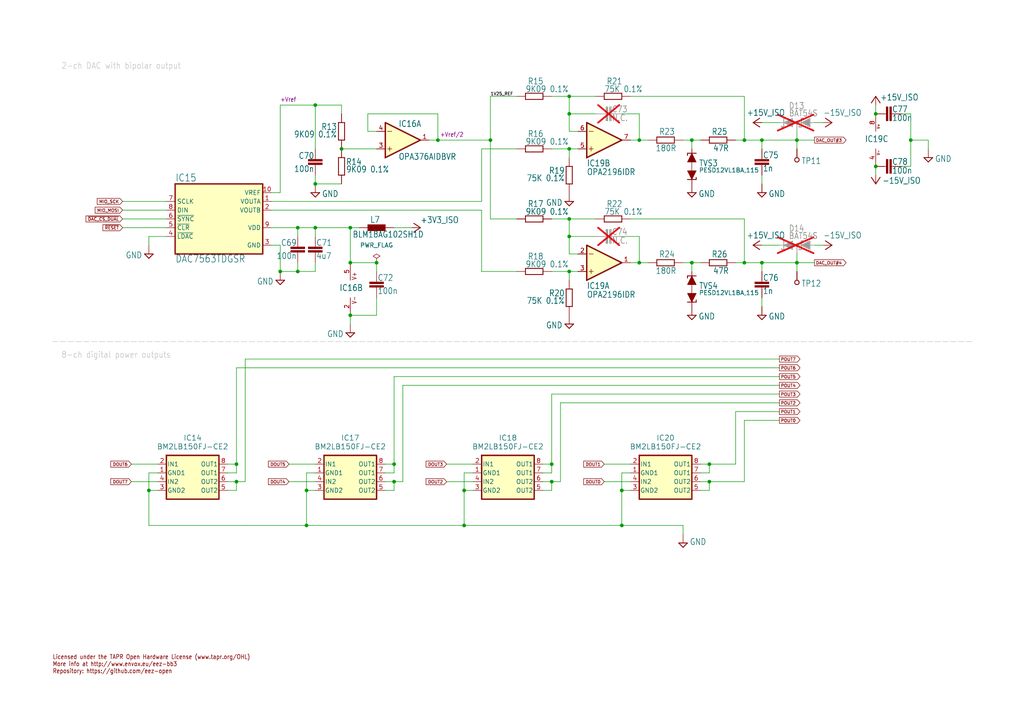
<source format=kicad_sch>
(kicad_sch (version 20230121) (generator eeschema)
  (paper "A4")
  (title_block (title "EEZ DIB MIO168") (date "2024-01-19") (rev "r3B1") (company "Envox d.o.o.") (comment 1 "https://www.envox.eu"))
  (lib_symbols
    (symbol "PCM_EEZ_ICs:BM2LB150FJ-CE2" (pin_names (offset 0.254))
      (property "Reference" "IC" (at -6.35 6.35 0))
      (property "Value" "BM2LB150FJ-CE2" (at 0 -8.89 0))
      (symbol "BM2LB150FJ-CE2_1_1"
        (pin passive line (at -10.16 0 0) (length 2.54) (name "GND1") (number "1"))
        (pin input line (at -10.16 2.54 0) (length 2.54) (name "IN1") (number "2"))
        (pin passive line (at -10.16 -5.08 0) (length 2.54) (name "GND2") (number "3"))
        (pin input line (at -10.16 -2.54 0) (length 2.54) (name "IN2") (number "4"))
        (pin passive line (at 10.16 -5.08 180) (length 2.54) (name "OUT2") (number "5"))
        (pin passive line (at 10.16 -2.54 180) (length 2.54) (name "OUT2") (number "6"))
        (pin passive line (at 10.16 0 180) (length 2.54) (name "OUT1") (number "7"))
        (pin passive line (at 10.16 2.54 180) (length 2.54) (name "OUT1") (number "8"))
      )
    )
    (symbol "PCM_EEZ_TI:DAC7563TDGSR"
      (property "Reference" "IC" (at -12.7 10.795 0))
      (property "Value" "DAC7563TDGSR" (at -12.7 -12.7 0))
      (symbol "DAC7563TDGSR_1_0"
        (pin output line (at 15.24 5.08 180) (length 2.54) (name "VOUTA") (number "1"))
        (pin bidirectional line (at 15.24 7.62 180) (length 2.54) (name "VREF") (number "10"))
        (pin output line (at 15.24 2.54 180) (length 2.54) (name "VOUTB") (number "2"))
        (pin power_in line (at 15.24 -7.62 180) (length 2.54) (name "GND") (number "3"))
        (pin input line (at -15.24 -5.08 0) (length 2.54) (name "~{LDAC}") (number "4"))
        (pin input line (at -15.24 -2.54 0) (length 2.54) (name "~{CLR}") (number "5"))
        (pin input line (at -15.24 0 0) (length 2.54) (name "~{SYNC}") (number "6"))
        (pin input line (at -15.24 5.08 0) (length 2.54) (name "SCLK") (number "7"))
        (pin input line (at -15.24 2.54 0) (length 2.54) (name "DIN") (number "8"))
        (pin power_in line (at 15.24 -2.54 180) (length 2.54) (name "VDD") (number "9"))
      )
    )
    (symbol "PCM_EEZ_TI:OPA376AIDBVR"
      (property "Reference" "IC" (at 2.54 5.08 0))
      (property "Value" "OPA376AIDBVR" (at 2.54 -5.08 0))
      (symbol "OPA376AIDBVR_1_0"
        (pin output line (at 7.62 0 180) (length 2.54) (name "OUT") (number "1"))
        (pin input line (at -7.62 2.54 0) (length 2.54) (name "+IN") (number "3"))
        (pin input line (at -7.62 -2.54 0) (length 2.54) (name "-IN") (number "4"))
      )
      (symbol "OPA376AIDBVR_2_0"
        (text "V+" (at 1.905 2.54 900) (effects (font (size 1.27 1.0795)) (justify left bottom)))
        (text "V-" (at 1.905 -4.445 900) (effects (font (size 1.27 1.0795)) (justify left bottom)))
        (pin power_in line (at 0 -7.62 90) (length 5.08) (name "V-") (number "2"))
        (pin power_in line (at 0 7.62 270) (length 5.08) (name "V+") (number "5"))
      )
    )
    (symbol "PCM_EEZ_TI:TL072D"
      (property "Reference" "IC" (at 2.54 5.08 0))
      (symbol "TL072D_1_0"
        (pin output line (at 7.62 0 180) (length 2.54) (name "OUT") (number "1"))
        (pin input line (at -7.62 -2.54 0) (length 2.54) (name "-IN") (number "2"))
        (pin input line (at -7.62 2.54 0) (length 2.54) (name "+IN") (number "3"))
      )
      (symbol "TL072D_2_0"
        (pin input line (at -7.62 2.54 0) (length 2.54) (name "+IN") (number "5"))
        (pin input line (at -7.62 -2.54 0) (length 2.54) (name "-IN") (number "6"))
        (pin output line (at 7.62 0 180) (length 2.54) (name "OUT") (number "7"))
      )
      (symbol "TL072D_3_0"
        (text "V+" (at 1.27 3.175 900) (effects (font (size 0.8128 0.6908)) (justify left bottom)))
        (text "V-" (at 1.27 -4.445 900) (effects (font (size 0.8128 0.6908)) (justify left bottom)))
        (pin power_in line (at 0 -7.62 90) (length 5.08) (name "V-") (number "4"))
        (pin power_in line (at 0 7.62 270) (length 5.08) (name "V+") (number "8"))
      )
    )
    (symbol "PCM_EEZ_discretes:BAT54SFILM"
      (property "Reference" "D" (at 0.762 2.0066 0))
      (property "Value" "BAT54SFILM" (at -4.318 -3.9624 0))
      (symbol "BAT54SFILM_1_0"
        (pin passive line (at -5.08 0 0) (length 2.54) (name "A1") (number "1"))
        (pin passive line (at 5.08 0 180) (length 2.54) (name "C2") (number "2"))
        (pin passive line (at 0 2.54 270) (length 2.54) (name "C1A2") (number "3"))
      )
    )
    (symbol "PCM_EEZ_discretes:PESDXL1BA"
      (property "Reference" "TVS" (at -9.398 1.905 0))
      (property "Value" "PESD12VL1BA,115" (at -9.398 -3.429 0))
      (symbol "PESDXL1BA_1_0"
        (pin passive line (at -10.16 0 0) (length 2.54) (name "1") (number "C1"))
        (pin passive line (at 0 0 180) (length 2.54) (name "2") (number "C2"))
      )
    )
    (symbol "PCM_EEZ_passives:C-EU"
      (property "Reference" "C" (at 1.27 0.635 0))
      (symbol "C-EU_1_0"
        (pin passive line (at 0 2.54 270) (length 2.54) (name "1") (number "1"))
        (pin passive line (at 0 -5.08 90) (length 2.54) (name "2") (number "2"))
      )
    )
    (symbol "PCM_EEZ_passives:L_EU"
      (property "Reference" "L" (at -3.175 1.27 0))
      (symbol "L_EU_1_0"
        (pin passive line (at -5.08 0 0) (length 2.54) (name "1") (number "1"))
        (pin passive line (at 5.08 0 180) (length 2.54) (name "2") (number "2"))
      )
    )
    (symbol "PCM_EEZ_passives:R-EU"
      (property "Reference" "R" (at -1.905 1.905 0))
      (symbol "R-EU_1_0"
        (pin passive line (at -5.08 0 0) (length 2.54) (name "1") (number "1"))
        (pin passive line (at 5.08 0 180) (length 2.54) (name "2") (number "2"))
      )
    )
    (symbol "PCM_EEZ_symbols:+15V_ISO" (power)
      (property "Value" "+15V_ISO" (at -2.54 0 90))
      (symbol "+15V_ISO_1_0"
        (pin power_in line (at 0 0 90) (length 2.54) (name "+15V_ISO") (number "1"))
      )
    )
    (symbol "PCM_EEZ_symbols:+3V3_ISO" (power)
      (property "Value" "+3V3_ISO" (at -2.54 0 90))
      (symbol "+3V3_ISO_1_0"
        (pin power_in line (at 0 0 90) (length 2.54) (name "+3V3_ISO") (number "1"))
      )
    )
    (symbol "PCM_EEZ_symbols:-15V_ISO" (power)
      (property "Value" "-15V_ISO" (at -2.54 0 90))
      (symbol "-15V_ISO_1_0"
        (pin power_in line (at 0 0 90) (length 2.54) (name "-15V_ISO") (number "1"))
      )
    )
    (symbol "PCM_EEZ_symbols:GND" (power)
      (property "Value" "GND" (at -1.905 -3.175 0))
      (symbol "GND_1_0"
        (pin power_in line (at 0 2.54 270) (length 2.54) (name "GND") (number "1"))
      )
    )
    (symbol "PCM_EEZ_unsorted:PCB test point" (in_bom no)
      (property "Reference" "TP" (at 0 1.016 0))
      (symbol "PCB test point_1_0"
        (pin passive line (at -2.54 0 0) (length 0) (name "P$1") (number "1"))
      )
    )
    (symbol "power:PWR_FLAG" (power) (pin_numbers hide) (pin_names (offset 0) hide)
      (property "Value" "PWR_FLAG" (at 0 3.81 0))
      (symbol "PWR_FLAG_0_0"
        (pin power_out line (at 0 0 90) (length 0) (name "pwr") (number "1"))
      )
    )
  )
  (junction (at 127 40.64))
  (junction (at 88.9 142.24))
  (junction (at 68.58 134.62))
  (junction (at 215.9 40.64))
  (junction (at 231.14 40.64))
  (junction (at 91.44 66.04))
  (junction (at 160.02 134.62))
  (junction (at 86.36 78.74))
  (junction (at 114.3 139.7))
  (junction (at 91.44 30.48))
  (junction (at 134.62 142.24))
  (junction (at 134.62 152.4))
  (junction (at 220.98 40.64))
  (junction (at 254 33.02))
  (junction (at 180.34 152.4))
  (junction (at 165.1 78.74))
  (junction (at 68.58 139.7))
  (junction (at 165.1 27.94))
  (junction (at 101.6 91.44))
  (junction (at 205.74 139.7))
  (junction (at 220.98 76.2))
  (junction (at 185.42 76.2))
  (junction (at 160.02 139.7))
  (junction (at 165.1 43.18))
  (junction (at 91.44 53.34))
  (junction (at 264.16 40.64))
  (junction (at 99.06 43.18))
  (junction (at 109.22 76.2))
  (junction (at 231.14 76.2))
  (junction (at 43.18 142.24))
  (junction (at 165.1 33.02))
  (junction (at 101.6 66.04))
  (junction (at 205.74 134.62))
  (junction (at 200.66 40.64))
  (junction (at 185.42 40.64))
  (junction (at 88.9 152.4))
  (junction (at 114.3 134.62))
  (junction (at 86.36 66.04))
  (junction (at 165.1 63.5))
  (junction (at 200.66 76.2))
  (junction (at 180.34 142.24))
  (junction (at 165.1 68.58))
  (junction (at 81.28 78.74))
  (junction (at 215.9 76.2))
  (junction (at 254 48.26))
  (junction (at 101.6 76.2))
  (junction (at 142.24 40.64))
  (wire (pts (xy 81.28 71.12) (xy 81.28 78.74)) (stroke (width 0.1524)))
  (wire (pts (xy 139.7 58.42) (xy 139.7 43.18)) (stroke (width 0.1524)))
  (wire (pts (xy 200.66 43.18) (xy 200.66 40.64)) (stroke (width 0.1524)))
  (wire (pts (xy 165.1 43.18) (xy 160.02 43.18)) (stroke (width 0.1524)))
  (wire (pts (xy 182.88 137.16) (xy 180.34 137.16)))
  (wire (pts (xy 142.24 63.5) (xy 149.86 63.5)) (stroke (width 0.1524)))
  (wire (pts (xy 180.34 152.4) (xy 198.12 152.4)) (stroke (width 0.1524)))
  (wire (pts (xy 142.24 40.64) (xy 142.24 63.5)) (stroke (width 0.1524)))
  (wire (pts (xy 78.74 66.04) (xy 86.36 66.04)) (stroke (width 0.1524)))
  (wire (pts (xy 226.06 116.84) (xy 162.56 116.84)) (stroke (width 0.1524)))
  (wire (pts (xy 165.1 38.1) (xy 165.1 33.02)) (stroke (width 0.1524)))
  (wire (pts (xy 203.2 137.16) (xy 205.74 137.16)))
  (wire (pts (xy 200.66 78.74) (xy 200.66 76.2)) (stroke (width 0.1524)))
  (wire (pts (xy 139.7 60.96) (xy 139.7 78.74)) (stroke (width 0.1524)))
  (wire (pts (xy 180.34 33.02) (xy 185.42 33.02)) (stroke (width 0.1524)))
  (wire (pts (xy 109.22 38.1) (xy 106.68 38.1)) (stroke (width 0.1524)))
  (wire (pts (xy 127 33.02) (xy 127 40.64)) (stroke (width 0.1524)))
  (wire (pts (xy 48.26 63.5) (xy 35.56 63.5)) (stroke (width 0.1524)))
  (wire (pts (xy 185.42 76.2) (xy 187.96 76.2)) (stroke (width 0.1524)))
  (wire (pts (xy 215.9 76.2) (xy 213.36 76.2)) (stroke (width 0.1524)))
  (wire (pts (xy 149.86 27.94) (xy 142.24 27.94)) (stroke (width 0.1524)))
  (wire (pts (xy 66.04 134.62) (xy 68.58 134.62)) (stroke (width 0.1524)))
  (wire (pts (xy 114.3 109.22) (xy 114.3 134.62)) (stroke (width 0.1524)))
  (wire (pts (xy 109.22 91.44) (xy 109.22 86.36)) (stroke (width 0.1524)))
  (wire (pts (xy 180.34 137.16) (xy 180.34 142.24)))
  (wire (pts (xy 226.06 114.3) (xy 160.02 114.3)) (stroke (width 0.1524)))
  (wire (pts (xy 220.98 76.2) (xy 231.14 76.2)) (stroke (width 0.1524)))
  (wire (pts (xy 203.2 139.7) (xy 205.74 139.7)))
  (wire (pts (xy 200.66 76.2) (xy 203.2 76.2)) (stroke (width 0.1524)))
  (wire (pts (xy 238.76 71.12) (xy 236.22 71.12)) (stroke (width 0.1524)))
  (wire (pts (xy 165.1 68.58) (xy 165.1 63.5)) (stroke (width 0.1524)))
  (wire (pts (xy 68.58 106.68) (xy 68.58 134.62)) (stroke (width 0.1524)))
  (wire (pts (xy 134.62 137.16) (xy 134.62 142.24)))
  (wire (pts (xy 226.06 109.22) (xy 114.3 109.22)) (stroke (width 0.1524)))
  (wire (pts (xy 157.48 139.7) (xy 160.02 139.7)) (stroke (width 0.1524)))
  (wire (pts (xy 264.16 33.02) (xy 264.16 40.64)) (stroke (width 0.1524)))
  (wire (pts (xy 71.12 104.14) (xy 71.12 139.7)) (stroke (width 0.1524)))
  (wire (pts (xy 101.6 93.98) (xy 101.6 91.44)) (stroke (width 0.1524)))
  (wire (pts (xy 106.68 33.02) (xy 127 33.02)) (stroke (width 0.1524)))
  (wire (pts (xy 172.72 33.02) (xy 165.1 33.02)) (stroke (width 0.1524)))
  (wire (pts (xy 226.06 104.14) (xy 71.12 104.14)) (stroke (width 0.1524)))
  (wire (pts (xy 114.3 139.7) (xy 114.3 142.24)))
  (wire (pts (xy 99.06 30.48) (xy 99.06 33.02)) (stroke (width 0.1524)))
  (wire (pts (xy 215.9 27.94) (xy 215.9 40.64)) (stroke (width 0.1524)))
  (wire (pts (xy 91.44 66.04) (xy 91.44 68.58)) (stroke (width 0.1524)))
  (wire (pts (xy 264.16 40.64) (xy 264.16 48.26)) (stroke (width 0.1524)))
  (wire (pts (xy 198.12 152.4) (xy 198.12 154.94)) (stroke (width 0.1524)))
  (wire (pts (xy 264.16 48.26) (xy 261.62 48.26)) (stroke (width 0.1524)))
  (wire (pts (xy 91.44 30.48) (xy 91.44 43.18)) (stroke (width 0.1524)))
  (wire (pts (xy 167.64 78.74) (xy 165.1 78.74)) (stroke (width 0.1524)))
  (wire (pts (xy 134.62 142.24) (xy 137.16 142.24)))
  (wire (pts (xy 99.06 53.34) (xy 91.44 53.34)) (stroke (width 0.1524)))
  (wire (pts (xy 157.48 142.24) (xy 160.02 142.24)))
  (wire (pts (xy 45.72 137.16) (xy 43.18 137.16)))
  (wire (pts (xy 220.98 86.36) (xy 220.98 88.9)) (stroke (width 0.1524)))
  (wire (pts (xy 205.74 134.62) (xy 205.74 137.16)))
  (wire (pts (xy 172.72 68.58) (xy 165.1 68.58)) (stroke (width 0.1524)))
  (wire (pts (xy 91.44 50.8) (xy 91.44 53.34)) (stroke (width 0.1524)))
  (wire (pts (xy 215.9 40.64) (xy 213.36 40.64)) (stroke (width 0.1524)))
  (wire (pts (xy 185.42 33.02) (xy 185.42 40.64)) (stroke (width 0.1524)))
  (wire (pts (xy 88.9 137.16) (xy 88.9 142.24)))
  (wire (pts (xy 198.12 76.2) (xy 200.66 76.2)) (stroke (width 0.1524)))
  (wire (pts (xy 142.24 27.94) (xy 142.24 40.64)) (stroke (width 0.1524)))
  (wire (pts (xy 66.04 142.24) (xy 68.58 142.24)))
  (wire (pts (xy 101.6 91.44) (xy 109.22 91.44)) (stroke (width 0.1524)))
  (wire (pts (xy 236.22 40.64) (xy 231.14 40.64)))
  (wire (pts (xy 215.9 76.2) (xy 220.98 76.2)) (stroke (width 0.1524)))
  (wire (pts (xy 167.64 43.18) (xy 165.1 43.18)) (stroke (width 0.1524)))
  (wire (pts (xy 83.82 134.62) (xy 91.44 134.62)) (stroke (width 0.1524)))
  (wire (pts (xy 106.68 38.1) (xy 106.68 33.02)) (stroke (width 0.1524)))
  (wire (pts (xy 43.18 137.16) (xy 43.18 142.24)))
  (wire (pts (xy 220.98 71.12) (xy 226.06 71.12)) (stroke (width 0.1524)))
  (wire (pts (xy 104.14 66.04) (xy 101.6 66.04)) (stroke (width 0.1524)))
  (wire (pts (xy 215.9 121.92) (xy 226.06 121.92)) (stroke (width 0.1524)))
  (wire (pts (xy 226.06 111.76) (xy 116.84 111.76)) (stroke (width 0.1524)))
  (wire (pts (xy 111.76 134.62) (xy 114.3 134.62)) (stroke (width 0.1524)))
  (wire (pts (xy 109.22 76.2) (xy 109.22 78.74)) (stroke (width 0.1524)))
  (wire (pts (xy 203.2 142.24) (xy 205.74 142.24)))
  (wire (pts (xy 109.22 43.18) (xy 99.06 43.18)) (stroke (width 0.1524)))
  (wire (pts (xy 220.98 50.8) (xy 220.98 53.34)) (stroke (width 0.1524)))
  (wire (pts (xy 86.36 66.04) (xy 86.36 68.58)) (stroke (width 0.1524)))
  (wire (pts (xy 165.1 81.28) (xy 165.1 78.74)) (stroke (width 0.1524)))
  (wire (pts (xy 114.3 66.04) (xy 119.38 66.04)) (stroke (width 0.1524)))
  (wire (pts (xy 172.72 63.5) (xy 165.1 63.5)) (stroke (width 0.1524)))
  (wire (pts (xy 114.3 139.7) (xy 116.84 139.7)) (stroke (width 0.1524)))
  (wire (pts (xy 182.88 27.94) (xy 215.9 27.94)) (stroke (width 0.1524)))
  (wire (pts (xy 182.88 63.5) (xy 215.9 63.5)) (stroke (width 0.1524)))
  (wire (pts (xy 101.6 76.2) (xy 109.22 76.2)) (stroke (width 0.1524)))
  (wire (pts (xy 160.02 114.3) (xy 160.02 134.62)) (stroke (width 0.1524)))
  (wire (pts (xy 48.26 66.04) (xy 35.56 66.04)) (stroke (width 0.1524)))
  (wire (pts (xy 43.18 142.24) (xy 45.72 142.24)))
  (wire (pts (xy 236.22 76.2) (xy 231.14 76.2)))
  (wire (pts (xy 43.18 152.4) (xy 71.12 152.4)))
  (wire (pts (xy 165.1 27.94) (xy 160.02 27.94)) (stroke (width 0.1524)))
  (wire (pts (xy 231.14 40.64) (xy 231.14 43.18)))
  (wire (pts (xy 205.74 139.7) (xy 215.9 139.7)) (stroke (width 0.1524)))
  (wire (pts (xy 127 40.64) (xy 124.46 40.64)) (stroke (width 0.1524)))
  (wire (pts (xy 88.9 142.24) (xy 88.9 152.4)))
  (wire (pts (xy 91.44 137.16) (xy 88.9 137.16)))
  (wire (pts (xy 91.44 30.48) (xy 99.06 30.48)) (stroke (width 0.1524)))
  (wire (pts (xy 205.74 139.7) (xy 205.74 142.24)))
  (wire (pts (xy 269.24 40.64) (xy 269.24 43.18)) (stroke (width 0.1524)))
  (wire (pts (xy 180.34 68.58) (xy 185.42 68.58)) (stroke (width 0.1524)))
  (wire (pts (xy 101.6 76.2) (xy 101.6 66.04)) (stroke (width 0.1524)))
  (wire (pts (xy 165.1 78.74) (xy 160.02 78.74)) (stroke (width 0.1524)))
  (wire (pts (xy 157.48 134.62) (xy 160.02 134.62)) (stroke (width 0.1524)))
  (wire (pts (xy 111.76 142.24) (xy 114.3 142.24)))
  (wire (pts (xy 254 33.02) (xy 254 30.48)) (stroke (width 0.1524)))
  (polyline (pts (xy 281.94 99.06) (xy 15.24 99.06)) (stroke (width 0.1524) (type dash) (color 194 194 194 1)))
  (wire (pts (xy 172.72 27.94) (xy 165.1 27.94)) (stroke (width 0.1524)))
  (wire (pts (xy 71.12 139.7) (xy 68.58 139.7)) (stroke (width 0.1524)))
  (wire (pts (xy 91.44 78.74) (xy 86.36 78.74)) (stroke (width 0.1524)))
  (wire (pts (xy 83.82 139.7) (xy 91.44 139.7)) (stroke (width 0.1524)))
  (wire (pts (xy 220.98 78.74) (xy 220.98 76.2)) (stroke (width 0.1524)))
  (wire (pts (xy 139.7 43.18) (xy 149.86 43.18)) (stroke (width 0.1524)))
  (wire (pts (xy 180.34 142.24) (xy 180.34 152.4)))
  (wire (pts (xy 78.74 60.96) (xy 139.7 60.96)) (stroke (width 0.1524)))
  (wire (pts (xy 139.7 78.74) (xy 149.86 78.74)) (stroke (width 0.1524)))
  (wire (pts (xy 213.36 119.38) (xy 213.36 134.62)) (stroke (width 0.1524)))
  (wire (pts (xy 48.26 60.96) (xy 35.56 60.96)) (stroke (width 0.1524)))
  (wire (pts (xy 160.02 139.7) (xy 160.02 142.24)))
  (wire (pts (xy 185.42 68.58) (xy 185.42 76.2)) (stroke (width 0.1524)))
  (wire (pts (xy 81.28 30.48) (xy 81.28 55.88)) (stroke (width 0.1524)))
  (wire (pts (xy 88.9 152.4) (xy 134.62 152.4)) (stroke (width 0.1524)))
  (wire (pts (xy 86.36 66.04) (xy 91.44 66.04)) (stroke (width 0.1524)))
  (wire (pts (xy 43.18 68.58) (xy 43.18 71.12)) (stroke (width 0.1524)))
  (wire (pts (xy 231.14 40.64) (xy 231.14 38.1)) (stroke (width 0.1524)))
  (wire (pts (xy 127 40.64) (xy 142.24 40.64)) (stroke (width 0.1524)))
  (wire (pts (xy 182.88 142.24) (xy 180.34 142.24)))
  (wire (pts (xy 48.26 58.42) (xy 35.56 58.42)) (stroke (width 0.1524)))
  (wire (pts (xy 66.04 137.16) (xy 68.58 137.16)))
  (wire (pts (xy 264.16 40.64) (xy 269.24 40.64)) (stroke (width 0.1524)))
  (wire (pts (xy 88.9 142.24) (xy 91.44 142.24)))
  (wire (pts (xy 165.1 73.66) (xy 165.1 68.58)) (stroke (width 0.1524)))
  (wire (pts (xy 165.1 33.02) (xy 165.1 27.94)) (stroke (width 0.1524)))
  (wire (pts (xy 157.48 137.16) (xy 160.02 137.16)))
  (wire (pts (xy 167.64 73.66) (xy 165.1 73.66)) (stroke (width 0.1524)))
  (wire (pts (xy 261.62 33.02) (xy 264.16 33.02)) (stroke (width 0.1524)))
  (wire (pts (xy 38.1 134.62) (xy 45.72 134.62)) (stroke (width 0.1524)))
  (wire (pts (xy 226.06 119.38) (xy 213.36 119.38)) (stroke (width 0.1524)))
  (wire (pts (xy 43.18 142.24) (xy 43.18 152.4)))
  (wire (pts (xy 160.02 134.62) (xy 160.02 137.16)))
  (wire (pts (xy 238.76 35.56) (xy 236.22 35.56)) (stroke (width 0.1524)))
  (wire (pts (xy 134.62 152.4) (xy 180.34 152.4)) (stroke (width 0.1524)))
  (wire (pts (xy 165.1 63.5) (xy 160.02 63.5)) (stroke (width 0.1524)))
  (wire (pts (xy 160.02 139.7) (xy 162.56 139.7)) (stroke (width 0.1524)))
  (wire (pts (xy 182.88 76.2) (xy 185.42 76.2)) (stroke (width 0.1524)))
  (wire (pts (xy 165.1 45.72) (xy 165.1 43.18)) (stroke (width 0.1524)))
  (wire (pts (xy 86.36 78.74) (xy 81.28 78.74)) (stroke (width 0.1524)))
  (wire (pts (xy 137.16 137.16) (xy 134.62 137.16)))
  (wire (pts (xy 78.74 71.12) (xy 81.28 71.12)) (stroke (width 0.1524)))
  (wire (pts (xy 213.36 134.62) (xy 205.74 134.62)) (stroke (width 0.1524)))
  (wire (pts (xy 162.56 116.84) (xy 162.56 139.7)) (stroke (width 0.1524)))
  (wire (pts (xy 116.84 111.76) (xy 116.84 139.7)) (stroke (width 0.1524)))
  (wire (pts (xy 111.76 139.7) (xy 114.3 139.7)) (stroke (width 0.1524)))
  (wire (pts (xy 254 48.26) (xy 254 50.8)) (stroke (width 0.1524)))
  (wire (pts (xy 215.9 121.92) (xy 215.9 139.7)) (stroke (width 0.1524)))
  (wire (pts (xy 187.96 40.64) (xy 185.42 40.64)) (stroke (width 0.1524)))
  (wire (pts (xy 220.98 35.56) (xy 226.06 35.56)) (stroke (width 0.1524)))
  (wire (pts (xy 231.14 73.66) (xy 231.14 76.2)) (stroke (width 0.1524)))
  (wire (pts (xy 226.06 106.68) (xy 68.58 106.68)) (stroke (width 0.1524)))
  (wire (pts (xy 68.58 139.7) (xy 68.58 142.24)))
  (wire (pts (xy 134.62 142.24) (xy 134.62 152.4)))
  (wire (pts (xy 203.2 134.62) (xy 205.74 134.62)))
  (wire (pts (xy 129.54 134.62) (xy 137.16 134.62)) (stroke (width 0.1524)))
  (wire (pts (xy 175.26 139.7) (xy 182.88 139.7)) (stroke (width 0.1524)))
  (wire (pts (xy 48.26 68.58) (xy 43.18 68.58)) (stroke (width 0.1524)))
  (wire (pts (xy 215.9 40.64) (xy 220.98 40.64)) (stroke (width 0.1524)))
  (wire (pts (xy 71.12 152.4) (xy 88.9 152.4)) (stroke (width 0.1524)))
  (wire (pts (xy 91.44 30.48) (xy 81.28 30.48)) (stroke (width 0.1524)))
  (wire (pts (xy 86.36 76.2) (xy 86.36 78.74)) (stroke (width 0.1524)))
  (wire (pts (xy 68.58 134.62) (xy 68.58 137.16)))
  (wire (pts (xy 101.6 66.04) (xy 91.44 66.04)) (stroke (width 0.1524)))
  (wire (pts (xy 78.74 55.88) (xy 81.28 55.88)) (stroke (width 0.1524)))
  (wire (pts (xy 129.54 139.7) (xy 137.16 139.7)) (stroke (width 0.1524)))
  (wire (pts (xy 167.64 38.1) (xy 165.1 38.1)) (stroke (width 0.1524)))
  (wire (pts (xy 198.12 40.64) (xy 200.66 40.64)) (stroke (width 0.1524)))
  (wire (pts (xy 114.3 134.62) (xy 114.3 137.16)))
  (wire (pts (xy 215.9 63.5) (xy 215.9 76.2)) (stroke (width 0.1524)))
  (wire (pts (xy 78.74 58.42) (xy 139.7 58.42)) (stroke (width 0.1524)))
  (wire (pts (xy 185.42 40.64) (xy 182.88 40.64)) (stroke (width 0.1524)))
  (wire (pts (xy 175.26 134.62) (xy 182.88 134.62)) (stroke (width 0.1524)))
  (wire (pts (xy 66.04 139.7) (xy 68.58 139.7)))
  (wire (pts (xy 91.44 76.2) (xy 91.44 78.74)) (stroke (width 0.1524)))
  (wire (pts (xy 231.14 76.2) (xy 231.14 78.74)))
  (wire (pts (xy 38.1 139.7) (xy 45.72 139.7)) (stroke (width 0.1524)))
  (wire (pts (xy 220.98 40.64) (xy 231.14 40.64)) (stroke (width 0.1524)))
  (wire (pts (xy 200.66 40.64) (xy 203.2 40.64)) (stroke (width 0.1524)))
  (wire (pts (xy 111.76 137.16) (xy 114.3 137.16)))
  (wire (pts (xy 220.98 43.18) (xy 220.98 40.64)) (stroke (width 0.1524)))
  (text "+Vref" (at 81.28 29.845 0) (effects (font (size 1.27 1.0795)) (justify left bottom)))
  (text "+Vref/2" (at 127.635 40.005 0) (effects (font (size 1.27 1.0795)) (justify left bottom)))
  (text "8-ch digital power outputs" (at 17.78 104.14 0) (effects (font (size 1.778 1.5113)) (justify left bottom)))
  (text "2-ch DAC with bipolar output" (at 17.78 20.32 0) (effects (font (size 1.778 1.5113)) (justify left bottom)))
  (text "Licensed under the TAPR Open Hardware License (www.tapr.org/OHL)\nMore info at http://www.envox.eu/eez-bb3\nRepository: https://github.com/eez-open" (at 15.24 195.58 0) (effects (font (size 1.27 1.0795)) (justify left bottom)))
  (label "1V25_REF" (at 142.24 27.94 0) (effects (font (size 0.889 0.889))))
  (global_label "POUT0" (shape output) (at 226.06 121.92 0) (effects (font (size 0.889 0.889))) (property "Intersheetrefs" "${INTERSHEET_REFS}" (effects hide)))
  (global_label "DOUT5" (shape input) (at 83.82 134.62 180) (effects (font (size 0.889 0.889))) (property "Intersheetrefs" "${INTERSHEET_REFS}" (effects hide)))
  (global_label "POUT7" (shape output) (at 226.06 104.14 0) (effects (font (size 0.889 0.889))) (property "Intersheetrefs" "${INTERSHEET_REFS}" (effects hide)))
  (global_label "DOUT3" (shape input) (at 129.54 134.62 180) (effects (font (size 0.889 0.889))) (property "Intersheetrefs" "${INTERSHEET_REFS}" (effects hide)))
  (global_label "POUT1" (shape output) (at 226.06 119.38 0) (effects (font (size 0.889 0.889))) (property "Intersheetrefs" "${INTERSHEET_REFS}" (effects hide)))
  (global_label "POUT3" (shape output) (at 226.06 114.3 0) (effects (font (size 0.889 0.889))) (property "Intersheetrefs" "${INTERSHEET_REFS}" (effects hide)))
  (global_label "DAC_OUT#3" (shape output) (at 236.22 40.64 0) (effects (font (size 0.889 0.889))) (property "Intersheetrefs" "${INTERSHEET_REFS}" (effects hide)))
  (global_label "POUT4" (shape output) (at 226.06 111.76 0) (effects (font (size 0.889 0.889))) (property "Intersheetrefs" "${INTERSHEET_REFS}" (effects hide)))
  (global_label "DOUT0" (shape input) (at 175.26 139.7 180) (effects (font (size 0.889 0.889))) (property "Intersheetrefs" "${INTERSHEET_REFS}" (effects hide)))
  (global_label "MIO_MOSI" (shape input) (at 35.56 60.96 180) (effects (font (size 0.889 0.889))) (property "Intersheetrefs" "${INTERSHEET_REFS}" (effects hide)))
  (global_label "DOUT1" (shape input) (at 175.26 134.62 180) (effects (font (size 0.889 0.889))) (property "Intersheetrefs" "${INTERSHEET_REFS}" (effects hide)))
  (global_label "DOUT6" (shape input) (at 38.1 134.62 180) (effects (font (size 0.889 0.889))) (property "Intersheetrefs" "${INTERSHEET_REFS}" (effects hide)))
  (global_label "DOUT7" (shape input) (at 38.1 139.7 180) (effects (font (size 0.889 0.889))) (property "Intersheetrefs" "${INTERSHEET_REFS}" (effects hide)))
  (global_label "MIO_SCK" (shape input) (at 35.56 58.42 180) (effects (font (size 0.889 0.889))) (property "Intersheetrefs" "${INTERSHEET_REFS}" (effects hide)))
  (global_label "DOUT2" (shape input) (at 129.54 139.7 180) (effects (font (size 0.889 0.889))) (property "Intersheetrefs" "${INTERSHEET_REFS}" (effects hide)))
  (global_label "POUT2" (shape output) (at 226.06 116.84 0) (effects (font (size 0.889 0.889))) (property "Intersheetrefs" "${INTERSHEET_REFS}" (effects hide)))
  (global_label "DAC_OUT#4" (shape output) (at 236.22 76.2 0) (effects (font (size 0.889 0.889))) (property "Intersheetrefs" "${INTERSHEET_REFS}" (effects hide)))
  (global_label "POUT5" (shape output) (at 226.06 109.22 0) (effects (font (size 0.889 0.889))) (property "Intersheetrefs" "${INTERSHEET_REFS}" (effects hide)))
  (global_label "~{RESET}" (shape input) (at 35.56 66.04 180) (effects (font (size 0.889 0.889))) (property "Intersheetrefs" "${INTERSHEET_REFS}" (effects hide)))
  (global_label "DOUT4" (shape input) (at 83.82 139.7 180) (effects (font (size 0.889 0.889))) (property "Intersheetrefs" "${INTERSHEET_REFS}" (effects hide)))
  (global_label "~{DAC_CS_DUAL}" (shape input) (at 35.56 63.5 180) (effects (font (size 0.889 0.889))) (property "Intersheetrefs" "${INTERSHEET_REFS}" (effects hide)))
  (global_label "POUT6" (shape output) (at 226.06 106.68 0) (effects (font (size 0.889 0.889))) (property "Intersheetrefs" "${INTERSHEET_REFS}" (effects hide)))
  (symbol (lib_id "power:PWR_FLAG") (at 109.22 76.2 0) (unit 1)
    (property "Reference" "#FLG015" (effects hide))
    (property "Value" "PWR_FLAG" (at 109.22 71.12 0))
  )
  (symbol (lib_id "PCM_EEZ_ICs:BM2LB150FJ-CE2") (at 101.6 137.16 0) (unit 1)
    (property "Reference" "IC17" (at 101.6 127 0) (effects (font (size 1.524 1.524))))
    (property "Value" "BM2LB150FJ-CE2" (at 101.6 129.54 0) (effects (font (size 1.524 1.524))))
    (property "Footprint" "PCM_EEZ_SMD:SOIC127P600X173-8N" (effects hide))
    (property "DigiKey" "BM2LB150FJ-CE2TR-ND" (effects hide))
    (property "Mouser" "755-BM2LB150FJ-CE2" (effects hide))
    (property "TME" "-" (effects hide))
  )
  (symbol (lib_id "PCM_EEZ_symbols:-15V_ISO") (at 238.76 35.56 270) (unit 1)
    (property "Reference" "#-12V_ISO07" (effects hide))
    (property "Value" "-15V_ISO" (at 238.76 33.655 90) (effects (font (size 1.778 1.5113)) (justify left bottom)))
  )
  (symbol (lib_id "PCM_EEZ_passives:R-EU") (at 154.94 63.5 0) (mirror y) (unit 1)
    (property "Reference" "R17" (at 153.035 60.0964 0) (effects (font (size 1.778 1.5113)) (justify right bottom)))
    (property "Value" "9K09 0.1%" (at 152.4 62.357 0) (effects (font (size 1.778 1.5113)) (justify right bottom)))
    (property "Footprint" "PCM_EEZ_passives:R_0805_2012Metric" (effects hide))
    (property "DigiKey" "P9.09KDACT-ND" (effects hide))
    (property "Mouser" "667-ERJ-PB6B9091V" (effects hide))
    (property "TME" "ERA6AEB9091V" (effects hide))
  )
  (symbol (lib_id "PCM_EEZ_symbols:GND") (at 91.44 55.88 0) (mirror y) (unit 1)
    (property "Reference" "#SUPPLY044" (effects hide))
    (property "Value" "GND" (at 93.345 55.245 0) (effects (font (size 1.778 1.5113)) (justify right top)))
  )
  (symbol (lib_id "PCM_EEZ_discretes:PESDXL1BA") (at 200.66 43.18 270) (mirror x) (unit 1)
    (property "Reference" "TVS3" (at 202.692 46.355 90) (effects (font (size 1.778 1.5113)) (justify left bottom)))
    (property "Value" "PESD12VL1BA,115" (at 202.692 48.641 90) (effects (justify left bottom)))
    (property "Footprint" "PCM_EEZ_SMD:SOD-323_PESD" (effects hide))
    (property "DigiKey" "1727-3808-1-ND" (effects hide))
    (property "Mouser" "771-PESD12VL1BA-T/R" (effects hide))
    (property "TME" "PESD12VL1BA.115" (effects hide))
  )
  (symbol (lib_id "PCM_EEZ_passives:C-EU") (at 109.22 81.28 0) (unit 1)
    (property "Reference" "C72" (at 109.474 81.534 0) (effects (font (size 1.778 1.5113)) (justify left bottom)))
    (property "Value" "100n" (at 109.474 85.344 0) (effects (font (size 1.778 1.5113)) (justify left bottom)))
    (property "Footprint" "PCM_EEZ_passives:C_0603_1608Metric" (effects hide))
    (property "DigiKey" "1276-1005-2-ND" (effects hide))
    (property "Mouser" "187-CL10B104KO8NNNC " (effects hide))
    (property "TME" "CL10B104KA8NNNC" (effects hide))
  )
  (symbol (lib_id "PCM_EEZ_passives:R-EU") (at 99.06 38.1 90) (mirror x) (unit 1)
    (property "Reference" "R13" (at 97.79 35.7886 90) (effects (font (size 1.778 1.5113)) (justify left top)))
    (property "Value" "9K09 0.1%" (at 97.79 37.973 90) (effects (font (size 1.778 1.5113)) (justify left top)))
    (property "Footprint" "PCM_EEZ_passives:R_0805_2012Metric" (effects hide))
    (property "DigiKey" "P9.09KDACT-ND" (effects hide))
    (property "Mouser" "667-ERJ-PB6B9091V" (effects hide))
    (property "TME" "ERA6AEB9091V" (effects hide))
  )
  (symbol (lib_id "PCM_EEZ_symbols:GND") (at 220.98 91.44 0) (unit 1)
    (property "Reference" "#SUPPLY052" (effects hide))
    (property "Value" "GND" (at 222.885 90.805 0) (effects (font (size 1.778 1.5113)) (justify left top)))
  )
  (symbol (lib_id "PCM_EEZ_passives:R-EU") (at 165.1 86.36 90) (mirror x) (unit 1)
    (property "Reference" "R20" (at 163.83 84.0486 90) (effects (font (size 1.778 1.5113)) (justify left top)))
    (property "Value" "75K 0.1%" (at 163.83 86.233 90) (effects (font (size 1.778 1.5113)) (justify left top)))
    (property "Footprint" "PCM_EEZ_passives:R_0805_2012Metric" (effects hide))
    (property "DigiKey" "P75KDACT-ND" (effects hide))
    (property "Mouser" "667-ERA-6AEB753V" (effects hide))
    (property "TME" "ERA6AEB753V" (effects hide))
  )
  (symbol (lib_id "PCM_EEZ_symbols:-15V_ISO") (at 254 50.8 180) (unit 1)
    (property "Reference" "#-12V_ISO09" (effects hide))
    (property "Value" "-15V_ISO" (at 255.905 53.34 0) (effects (font (size 1.778 1.5113)) (justify right top)))
  )
  (symbol (lib_id "PCM_EEZ_passives:C-EU") (at 86.36 71.12 0) (mirror y) (unit 1)
    (property "Reference" "C69" (at 86.106 71.374 0) (effects (font (size 1.778 1.5113)) (justify left bottom)))
    (property "Value" "100n" (at 86.106 75.184 0) (effects (font (size 1.778 1.5113)) (justify left bottom)))
    (property "Footprint" "PCM_EEZ_passives:C_0603_1608Metric" (effects hide))
    (property "DigiKey" "1276-1005-2-ND" (effects hide))
    (property "Mouser" "187-CL10B104KO8NNNC " (effects hide))
    (property "TME" "CL10B104KA8NNNC" (effects hide))
  )
  (symbol (lib_id "PCM_EEZ_passives:R-EU") (at 193.04 40.64 0) (mirror x) (unit 1)
    (property "Reference" "R23" (at 191.135 39.1414 0) (effects (font (size 1.778 1.5113)) (justify left top)))
    (property "Value" "180R" (at 196.215 43.942 0) (effects (font (size 1.778 1.5113)) (justify right top)))
    (property "Footprint" "PCM_EEZ_passives:R_0805_2012Metric" (effects hide))
    (property "DigiKey" "A126343CT-ND" (effects hide))
    (property "Mouser" "652-CR0805FX-1800ELF" (effects hide))
    (property "TME" "0805S8F1800T5E" (effects hide))
  )
  (symbol (lib_id "PCM_EEZ_passives:R-EU") (at 154.94 27.94 0) (mirror y) (unit 1)
    (property "Reference" "R15" (at 153.035 24.5364 0) (effects (font (size 1.778 1.5113)) (justify right bottom)))
    (property "Value" "9K09 0.1%" (at 152.4 26.797 0) (effects (font (size 1.778 1.5113)) (justify right bottom)))
    (property "Footprint" "PCM_EEZ_passives:R_0805_2012Metric" (effects hide))
    (property "DigiKey" "P9.09KDACT-ND" (effects hide))
    (property "Mouser" "667-ERJ-PB6B9091V" (effects hide))
    (property "TME" "ERA6AEB9091V" (effects hide))
  )
  (symbol (lib_id "PCM_EEZ_symbols:+15V_ISO") (at 254 30.48 0) (unit 1)
    (property "Reference" "#+12V_ISO09" (effects hide))
    (property "Value" "+15V_ISO" (at 255.27 29.21 0) (effects (font (size 1.778 1.5113)) (justify left bottom)))
  )
  (symbol (lib_id "PCM_EEZ_symbols:GND") (at 43.18 73.66 0) (unit 1)
    (property "Reference" "#SUPPLY042" (effects hide))
    (property "Value" "GND" (at 41.275 73.025 0) (effects (font (size 1.778 1.5113)) (justify right top)))
  )
  (symbol (lib_id "PCM_EEZ_TI:TL072D") (at 175.26 40.64 0) (mirror x) (unit 2)
    (property "Reference" "IC19" (at 170.18 46.355 0) (effects (font (size 1.778 1.5113)) (justify left bottom)))
    (property "Value" "OPA2196IDR" (at 170.18 48.895 0) (effects (font (size 1.778 1.5113)) (justify left bottom)))
    (property "Footprint" "PCM_EEZ_SMD:SOIC127P600X173-8N" (effects hide))
    (property "DigiKey" "296-1282-1-ND" (effects hide))
    (property "Mouser" "595-TL072CDR" (effects hide))
    (property "TME" "TL072CD-ST" (effects hide))
  )
  (symbol (lib_id "PCM_EEZ_passives:C-EU") (at 256.54 33.02 90) (unit 1)
    (property "Reference" "C77" (at 258.699 32.639 90) (effects (font (size 1.778 1.5113)) (justify right top)))
    (property "Value" "100n" (at 258.699 35.179 90) (effects (font (size 1.778 1.5113)) (justify right top)))
    (property "Footprint" "PCM_EEZ_passives:C_0603_1608Metric" (effects hide))
    (property "DigiKey" "1276-1005-2-ND" (effects hide))
    (property "Mouser" "187-CL10B104KO8NNNC " (effects hide))
    (property "TME" "CL10B104KA8NNNC" (effects hide))
  )
  (symbol (lib_id "PCM_EEZ_symbols:GND") (at 165.1 58.42 0) (unit 1)
    (property "Reference" "#SUPPLY046" (effects hide))
    (property "Value" "GND" (at 163.195 57.785 0) (effects (font (size 1.778 1.5113)) (justify right top)))
  )
  (symbol (lib_id "PCM_EEZ_TI:OPA376AIDBVR") (at 101.6 83.82 0) (unit 2)
    (property "Reference" "IC16" (at 98.425 84.455 0) (effects (font (size 1.778 1.5113)) (justify left bottom)))
    (property "Value" "OPA376AIDBVR" (effects hide))
    (property "Footprint" "PCM_EEZ_SMD:SOT23-5L_STM" (effects hide))
    (property "DigiKey" "296-39130-2-ND" (effects hide))
    (property "Mouser" "595-OPA376AIDBVR" (effects hide))
    (property "TME" "OPA376AIDBVR" (effects hide))
  )
  (symbol (lib_id "PCM_EEZ_TI:DAC7563TDGSR") (at 63.5 63.5 0) (unit 1)
    (property "Reference" "IC15" (at 50.8 52.705 0) (effects (font (size 2.0828 1.7703)) (justify left bottom)))
    (property "Value" "DAC7563TDGSR" (at 50.8 76.2 0) (effects (font (size 2.0828 1.7703)) (justify left bottom)))
    (property "Footprint" "PCM_EEZ_SMD:DGS10" (effects hide))
    (property "DigiKey" "296-43287-1-ND" (effects hide))
    (property "Mouser" "595-DAC7563TDGSR" (effects hide))
    (property "TME" "-" (effects hide))
  )
  (symbol (lib_id "PCM_EEZ_passives:R-EU") (at 193.04 76.2 0) (mirror x) (unit 1)
    (property "Reference" "R24" (at 191.135 74.7014 0) (effects (font (size 1.778 1.5113)) (justify left top)))
    (property "Value" "180R" (at 196.215 79.502 0) (effects (font (size 1.778 1.5113)) (justify right top)))
    (property "Footprint" "PCM_EEZ_passives:R_0805_2012Metric" (effects hide))
    (property "DigiKey" "A126343CT-ND" (effects hide))
    (property "Mouser" "652-CR0805FX-1800ELF" (effects hide))
    (property "TME" "0805S8F1800T5E" (effects hide))
  )
  (symbol (lib_id "PCM_EEZ_passives:C-EU") (at 91.44 48.26 0) (mirror x) (unit 1)
    (property "Reference" "C70" (at 91.186 44.196 0) (effects (font (size 1.778 1.5113)) (justify right bottom)))
    (property "Value" "100n" (at 91.186 48.006 0) (effects (font (size 1.778 1.5113)) (justify right bottom)))
    (property "Footprint" "PCM_EEZ_passives:C_0603_1608Metric" (effects hide))
    (property "DigiKey" "1276-1005-2-ND" (effects hide))
    (property "Mouser" "187-CL10B104KO8NNNC " (effects hide))
    (property "TME" "CL10B104KA8NNNC" (effects hide))
  )
  (symbol (lib_id "PCM_EEZ_passives:R-EU") (at 99.06 48.26 270) (unit 1)
    (property "Reference" "R14" (at 100.33 45.9486 90) (effects (font (size 1.778 1.5113)) (justify left top)))
    (property "Value" "9K09 0.1%" (at 100.33 48.133 90) (effects (font (size 1.778 1.5113)) (justify left top)))
    (property "Footprint" "PCM_EEZ_passives:R_0805_2012Metric" (effects hide))
    (property "DigiKey" "P9.09KDACT-ND" (effects hide))
    (property "Mouser" "667-ERJ-PB6B9091V" (effects hide))
    (property "TME" "ERA6AEB9091V" (effects hide))
  )
  (symbol (lib_id "PCM_EEZ_TI:TL072D") (at 175.26 76.2 0) (mirror x) (unit 1)
    (property "Reference" "IC19" (at 170.18 81.915 0) (effects (font (size 1.778 1.5113)) (justify left bottom)))
    (property "Value" "OPA2196IDR" (at 170.18 84.455 0) (effects (font (size 1.778 1.5113)) (justify left bottom)))
    (property "Footprint" "PCM_EEZ_SMD:SOIC127P600X173-8N" (effects hide))
    (property "DigiKey" "296-1282-1-ND" (effects hide))
    (property "Mouser" "595-TL072CDR" (effects hide))
    (property "TME" "TL072CD-ST" (effects hide))
  )
  (symbol (lib_id "PCM_EEZ_passives:C-EU") (at 220.98 45.72 0) (unit 1)
    (property "Reference" "C75" (at 221.234 45.974 0) (effects (font (size 1.778 1.5113)) (justify left bottom)))
    (property "Value" "1n" (at 221.234 49.784 0) (effects (font (size 1.778 1.5113)) (justify left bottom)))
    (property "Footprint" "PCM_EEZ_passives:C_0805_2012Metric" (effects hide))
    (property "DigiKey" "732-7858-1-ND " (effects hide))
    (property "Mouser" "710-885012007040 " (effects hide))
    (property "TME" "CL21C102JBCNNNC" (effects hide))
  )
  (symbol (lib_id "PCM_EEZ_passives:R-EU") (at 177.8 27.94 0) (mirror y) (unit 1)
    (property "Reference" "R21" (at 175.895 24.5364 0) (effects (font (size 1.778 1.5113)) (justify right bottom)))
    (property "Value" "75K 0.1%" (at 175.26 26.797 0) (effects (font (size 1.778 1.5113)) (justify right bottom)))
    (property "Footprint" "PCM_EEZ_passives:R_0805_2012Metric" (effects hide))
    (property "DigiKey" "P75KDACT-ND" (effects hide))
    (property "Mouser" "667-ERA-6AEB753V" (effects hide))
    (property "TME" "ERA6AEB753V" (effects hide))
  )
  (symbol (lib_id "PCM_EEZ_symbols:GND") (at 101.6 96.52 0) (unit 1)
    (property "Reference" "#SUPPLY045" (effects hide))
    (property "Value" "GND" (at 99.695 95.885 0) (effects (font (size 1.778 1.5113)) (justify right top)))
  )
  (symbol (lib_id "PCM_EEZ_passives:C-EU") (at 175.26 33.02 90) (unit 1) (in_bom no) (dnp yes)
    (property "Reference" "C73" (at 177.419 32.639 90) (effects (font (size 1.778 1.5113)) (justify right top)))
    (property "Value" "N.C." (at 177.419 35.179 90) (effects (font (size 1.778 1.5113)) (justify right top)))
    (property "Footprint" "PCM_EEZ_passives:C_0805_2012Metric" (effects hide))
  )
  (symbol (lib_id "PCM_EEZ_symbols:GND") (at 198.12 157.48 0) (mirror y) (unit 1)
    (property "Reference" "#SUPPLY048" (effects hide))
    (property "Value" "GND" (at 200.025 158.115 0) (effects (font (size 1.778 1.5113)) (justify right bottom)))
  )
  (symbol (lib_id "PCM_EEZ_passives:C-EU") (at 220.98 81.28 0) (unit 1)
    (property "Reference" "C76" (at 221.234 81.534 0) (effects (font (size 1.778 1.5113)) (justify left bottom)))
    (property "Value" "1n" (at 221.234 85.344 0) (effects (font (size 1.778 1.5113)) (justify left bottom)))
    (property "Footprint" "PCM_EEZ_passives:C_0805_2012Metric" (effects hide))
    (property "DigiKey" "732-7858-1-ND " (effects hide))
    (property "Mouser" "710-885012007040 " (effects hide))
    (property "TME" "CL21C102JBCNNNC" (effects hide))
  )
  (symbol (lib_id "PCM_EEZ_passives:L_EU") (at 109.22 66.04 0) (unit 1)
    (property "Reference" "L7" (at 107.315 64.6684 0) (effects (font (size 1.778 1.5113)) (justify left bottom)))
    (property "Value" "BLM18AG102SH1D" (at 102.235 68.961 0) (effects (font (size 1.778 1.5113)) (justify left bottom)))
    (property "Footprint" "PCM_EEZ_passives:BEAD0603" (effects hide))
    (property "DigiKey" "490-7809-1-ND" (effects hide))
    (property "Mouser" "81-BLM18AG102SH1D" (effects hide))
    (property "TME" "BLM18AG102SH1D" (effects hide))
  )
  (symbol (lib_id "PCM_EEZ_discretes:PESDXL1BA") (at 200.66 78.74 270) (mirror x) (unit 1)
    (property "Reference" "TVS4" (at 202.692 81.915 90) (effects (font (size 1.778 1.5113)) (justify left bottom)))
    (property "Value" "PESD12VL1BA,115" (at 202.692 84.201 90) (effects (justify left bottom)))
    (property "Footprint" "PCM_EEZ_SMD:SOD-323_PESD" (effects hide))
    (property "DigiKey" "1727-3808-1-ND" (effects hide))
    (property "Mouser" "771-PESD12VL1BA-T/R" (effects hide))
    (property "TME" "PESD12VL1BA.115" (effects hide))
  )
  (symbol (lib_id "PCM_EEZ_passives:R-EU") (at 208.28 40.64 0) (mirror x) (unit 1)
    (property "Reference" "R25" (at 206.375 39.1414 0) (effects (font (size 1.778 1.5113)) (justify left top)))
    (property "Value" "47R" (at 211.455 43.942 0) (effects (font (size 1.778 1.5113)) (justify right top)))
    (property "Footprint" "PCM_EEZ_passives:R_0805_2012Metric" (effects hide))
    (property "DigiKey" "P47.0CCT-ND " (effects hide))
    (property "Mouser" "279-CRGCQ0805F47R" (effects hide))
    (property "TME" "SMD0805-47R-1%" (effects hide))
  )
  (symbol (lib_id "PCM_EEZ_passives:R-EU") (at 208.28 76.2 0) (mirror x) (unit 1)
    (property "Reference" "R26" (at 206.375 74.7014 0) (effects (font (size 1.778 1.5113)) (justify left top)))
    (property "Value" "47R" (at 211.455 79.502 0) (effects (font (size 1.778 1.5113)) (justify right top)))
    (property "Footprint" "PCM_EEZ_passives:R_0805_2012Metric" (effects hide))
    (property "DigiKey" "P47.0CCT-ND " (effects hide))
    (property "Mouser" "279-CRGCQ0805F47R" (effects hide))
    (property "TME" "SMD0805-47R-1%" (effects hide))
  )
  (symbol (lib_id "PCM_EEZ_symbols:GND") (at 165.1 93.98 0) (unit 1)
    (property "Reference" "#SUPPLY047" (effects hide))
    (property "Value" "GND" (at 163.195 93.345 0) (effects (font (size 1.778 1.5113)) (justify right top)))
  )
  (symbol (lib_id "PCM_EEZ_symbols:+15V_ISO") (at 220.98 71.12 90) (unit 1)
    (property "Reference" "#+12V_ISO08" (effects hide))
    (property "Value" "+15V_ISO" (at 216.535 69.215 90) (effects (font (size 1.778 1.5113)) (justify right top)))
  )
  (symbol (lib_id "PCM_EEZ_ICs:BM2LB150FJ-CE2") (at 55.88 137.16 0) (unit 1)
    (property "Reference" "IC14" (at 55.88 127 0) (effects (font (size 1.524 1.524))))
    (property "Value" "BM2LB150FJ-CE2" (at 55.88 129.54 0) (effects (font (size 1.524 1.524))))
    (property "Footprint" "PCM_EEZ_SMD:SOIC127P600X173-8N" (effects hide))
    (property "DigiKey" "BM2LB150FJ-CE2TR-ND" (effects hide))
    (property "Mouser" "755-BM2LB150FJ-CE2" (effects hide))
    (property "TME" "-" (effects hide))
  )
  (symbol (lib_id "PCM_EEZ_symbols:GND") (at 200.66 55.88 0) (unit 1)
    (property "Reference" "#SUPPLY049" (effects hide))
    (property "Value" "GND" (at 202.565 55.245 0) (effects (font (size 1.778 1.5113)) (justify left top)))
  )
  (symbol (lib_id "PCM_EEZ_passives:C-EU") (at 256.54 48.26 90) (unit 1)
    (property "Reference" "C78" (at 258.699 47.879 90) (effects (font (size 1.778 1.5113)) (justify right top)))
    (property "Value" "100n" (at 258.699 50.419 90) (effects (font (size 1.778 1.5113)) (justify right top)))
    (property "Footprint" "PCM_EEZ_passives:C_0603_1608Metric" (effects hide))
    (property "DigiKey" "1276-1005-2-ND" (effects hide))
    (property "Mouser" "187-CL10B104KO8NNNC " (effects hide))
    (property "TME" "CL10B104KA8NNNC" (effects hide))
  )
  (symbol (lib_id "PCM_EEZ_passives:R-EU") (at 154.94 43.18 0) (mirror y) (unit 1)
    (property "Reference" "R16" (at 153.035 39.7764 0) (effects (font (size 1.778 1.5113)) (justify right bottom)))
    (property "Value" "9K09 0.1%" (at 152.4 42.037 0) (effects (font (size 1.778 1.5113)) (justify right bottom)))
    (property "Footprint" "PCM_EEZ_passives:R_0805_2012Metric" (effects hide))
    (property "DigiKey" "P9.09KDACT-ND" (effects hide))
    (property "Mouser" "667-ERJ-PB6B9091V" (effects hide))
    (property "TME" "ERA6AEB9091V" (effects hide))
  )
  (symbol (lib_id "PCM_EEZ_symbols:GND") (at 269.24 45.72 0) (unit 1)
    (property "Reference" "#SUPPLY053" (effects hide))
    (property "Value" "GND" (at 271.145 45.085 0) (effects (font (size 1.778 1.5113)) (justify left top)))
  )
  (symbol (lib_id "PCM_EEZ_passives:R-EU") (at 165.1 50.8 90) (mirror x) (unit 1)
    (property "Reference" "R19" (at 163.83 48.4886 90) (effects (font (size 1.778 1.5113)) (justify left top)))
    (property "Value" "75K 0.1%" (at 163.83 50.673 90) (effects (font (size 1.778 1.5113)) (justify left top)))
    (property "Footprint" "PCM_EEZ_passives:R_0805_2012Metric" (effects hide))
    (property "DigiKey" "P75KDACT-ND" (effects hide))
    (property "Mouser" "667-ERA-6AEB753V" (effects hide))
    (property "TME" "ERA6AEB753V" (effects hide))
  )
  (symbol (lib_id "PCM_EEZ_TI:OPA376AIDBVR") (at 116.84 40.64 0) (mirror x) (unit 1)
    (property "Reference" "IC16" (at 115.57 34.925 0) (effects (font (size 1.778 1.5113)) (justify left bottom)))
    (property "Value" "OPA376AIDBVR" (at 115.57 44.45 0) (effects (font (size 1.778 1.5113)) (justify left bottom)))
    (property "Footprint" "PCM_EEZ_SMD:SOT23-5L_STM" (effects hide))
    (property "DigiKey" "296-39130-2-ND" (effects hide))
    (property "Mouser" "595-OPA376AIDBVR" (effects hide))
    (property "TME" "OPA376AIDBVR" (effects hide))
  )
  (symbol (lib_id "PCM_EEZ_passives:R-EU") (at 177.8 63.5 0) (mirror y) (unit 1)
    (property "Reference" "R22" (at 175.895 60.0964 0) (effects (font (size 1.778 1.5113)) (justify right bottom)))
    (property "Value" "75K 0.1%" (at 175.26 62.357 0) (effects (font (size 1.778 1.5113)) (justify right bottom)))
    (property "Footprint" "PCM_EEZ_passives:R_0805_2012Metric" (effects hide))
    (property "DigiKey" "P75KDACT-ND" (effects hide))
    (property "Mouser" "667-ERA-6AEB753V" (effects hide))
    (property "TME" "ERA6AEB753V" (effects hide))
  )
  (symbol (lib_id "PCM_EEZ_discretes:BAT54SFILM") (at 231.14 35.56 180) (unit 1) (in_bom no) (dnp yes)
    (property "Reference" "D13" (at 228.727 31.6484 0) (effects (font (size 1.778 1.5113)) (justify right top)))
    (property "Value" "BAT54S" (at 228.727 33.8074 0) (effects (font (size 1.778 1.5113)) (justify right top)))
    (property "Footprint" "PCM_EEZ_SMD:SOT23-3" (effects hide))
    (property "DigiKey" "497-2522-1-ND" (effects hide))
    (property "Mouser" "511-BAT54SFILM" (effects hide))
    (property "TME" "BAT54SFILM" (effects hide))
  )
  (symbol (lib_id "PCM_EEZ_symbols:GND") (at 220.98 55.88 0) (unit 1)
    (property "Reference" "#SUPPLY051" (effects hide))
    (property "Value" "GND" (at 222.885 55.245 0) (effects (font (size 1.778 1.5113)) (justify left top)))
  )
  (symbol (lib_id "PCM_EEZ_symbols:+3V3_ISO") (at 119.38 66.04 270) (unit 1)
    (property "Reference" "#+3V3_ISO011" (effects hide))
    (property "Value" "+3V3_ISO" (at 121.92 64.77 90) (effects (font (size 1.778 1.5113)) (justify left bottom)))
  )
  (symbol (lib_id "PCM_EEZ_passives:R-EU") (at 154.94 78.74 0) (mirror y) (unit 1)
    (property "Reference" "R18" (at 153.035 75.3364 0) (effects (font (size 1.778 1.5113)) (justify right bottom)))
    (property "Value" "9K09 0.1%" (at 152.4 77.597 0) (effects (font (size 1.778 1.5113)) (justify right bottom)))
    (property "Footprint" "PCM_EEZ_passives:R_0805_2012Metric" (effects hide))
    (property "DigiKey" "P9.09KDACT-ND" (effects hide))
    (property "Mouser" "667-ERJ-PB6B9091V" (effects hide))
    (property "TME" "ERA6AEB9091V" (effects hide))
  )
  (symbol (lib_id "PCM_EEZ_ICs:BM2LB150FJ-CE2") (at 193.04 137.16 0) (unit 1)
    (property "Reference" "IC20" (at 193.04 127 0) (effects (font (size 1.524 1.524))))
    (property "Value" "BM2LB150FJ-CE2" (at 193.04 129.54 0) (effects (font (size 1.524 1.524))))
    (property "Footprint" "PCM_EEZ_SMD:SOIC127P600X173-8N" (effects hide))
    (property "DigiKey" "BM2LB150FJ-CE2TR-ND" (effects hide))
    (property "Mouser" "755-BM2LB150FJ-CE2" (effects hide))
    (property "TME" "-" (effects hide))
  )
  (symbol (lib_id "PCM_EEZ_passives:C-EU") (at 175.26 68.58 90) (unit 1) (in_bom no) (dnp yes)
    (property "Reference" "C74" (at 177.419 68.199 90) (effects (font (size 1.778 1.5113)) (justify right top)))
    (property "Value" "N.C." (at 177.419 70.739 90) (effects (font (size 1.778 1.5113)) (justify right top)))
    (property "Footprint" "PCM_EEZ_passives:C_0805_2012Metric" (effects hide))
  )
  (symbol (lib_id "PCM_EEZ_symbols:GND") (at 81.28 81.28 0) (unit 1)
    (property "Reference" "#SUPPLY043" (effects hide))
    (property "Value" "GND" (at 79.375 80.645 0) (effects (font (size 1.778 1.5113)) (justify right top)))
  )
  (symbol (lib_id "PCM_EEZ_unsorted:PCB test point") (at 231.14 45.72 270) (unit 1) (in_bom no)
    (property "Reference" "TP11" (at 232.41 47.625 90) (effects (font (size 1.778 1.5113)) (justify left bottom)))
    (property "Value" "PCB_TEST_TABSHIELD" (effects hide))
    (property "Footprint" "PCM_EEZ_THT:Testhole 24_50mils" (effects hide))
  )
  (symbol (lib_id "PCM_EEZ_unsorted:PCB test point") (at 231.14 81.28 270) (unit 1) (in_bom no)
    (property "Reference" "TP12" (at 232.41 83.185 90) (effects (font (size 1.778 1.5113)) (justify left bottom)))
    (property "Value" "PCB_TEST_TABSHIELD" (effects hide))
    (property "Footprint" "PCM_EEZ_THT:Testhole 24_50mils" (effects hide))
  )
  (symbol (lib_id "PCM_EEZ_symbols:GND") (at 200.66 91.44 0) (unit 1)
    (property "Reference" "#SUPPLY050" (effects hide))
    (property "Value" "GND" (at 202.565 90.805 0) (effects (font (size 1.778 1.5113)) (justify left top)))
  )
  (symbol (lib_id "PCM_EEZ_symbols:+15V_ISO") (at 220.98 35.56 90) (unit 1)
    (property "Reference" "#+12V_ISO07" (effects hide))
    (property "Value" "+15V_ISO" (at 216.535 33.655 90) (effects (font (size 1.778 1.5113)) (justify right top)))
  )
  (symbol (lib_id "PCM_EEZ_passives:C-EU") (at 91.44 73.66 0) (mirror x) (unit 1)
    (property "Reference" "C71" (at 91.694 71.374 0) (effects (font (size 1.778 1.5113)) (justify left top)))
    (property "Value" "4u7" (at 91.694 75.184 0) (effects (font (size 1.778 1.5113)) (justify left top)))
    (property "Footprint" "PCM_EEZ_passives:C_0805_2012Metric" (effects hide))
    (property "DigiKey" "490-14466-1-ND" (effects hide))
    (property "Mouser" "963-TMK212AB7475MG-T" (effects hide))
    (property "TME" "C0805C475K3RACAUTO" (effects hide))
  )
  (symbol (lib_id "PCM_EEZ_TI:TL072D") (at 254 40.64 0) (unit 3)
    (property "Reference" "IC19" (at 250.825 41.275 0) (effects (font (size 1.778 1.5113)) (justify left bottom)))
    (property "Value" "OPA2196IDR" (effects hide))
    (property "Footprint" "PCM_EEZ_SMD:SOIC127P600X173-8N" (effects hide))
    (property "DigiKey" "296-1282-1-ND" (effects hide))
    (property "Mouser" "595-TL072CDR" (effects hide))
    (property "TME" "TL072CD-ST" (effects hide))
  )
  (symbol (lib_id "PCM_EEZ_ICs:BM2LB150FJ-CE2") (at 147.32 137.16 0) (unit 1)
    (property "Reference" "IC18" (at 147.32 127 0) (effects (font (size 1.524 1.524))))
    (property "Value" "BM2LB150FJ-CE2" (at 147.32 129.54 0) (effects (font (size 1.524 1.524))))
    (property "Footprint" "PCM_EEZ_SMD:SOIC127P600X173-8N" (effects hide))
    (property "DigiKey" "BM2LB150FJ-CE2TR-ND" (effects hide))
    (property "Mouser" "755-BM2LB150FJ-CE2" (effects hide))
    (property "TME" "-" (effects hide))
  )
  (symbol (lib_id "PCM_EEZ_discretes:BAT54SFILM") (at 231.14 71.12 180) (unit 1) (in_bom no) (dnp yes)
    (property "Reference" "D14" (at 228.727 67.2084 0) (effects (font (size 1.778 1.5113)) (justify right top)))
    (property "Value" "BAT54S" (at 228.727 69.3674 0) (effects (font (size 1.778 1.5113)) (justify right top)))
    (property "Footprint" "PCM_EEZ_SMD:SOT23-3" (effects hide))
    (property "DigiKey" "497-2522-1-ND" (effects hide))
    (property "Mouser" "511-BAT54SFILM" (effects hide))
    (property "TME" "BAT54SFILM" (effects hide))
  )
  (symbol (lib_id "PCM_EEZ_symbols:-15V_ISO") (at 238.76 71.12 270) (unit 1)
    (property "Reference" "#-12V_ISO08" (effects hide))
    (property "Value" "-15V_ISO" (at 238.76 69.215 90) (effects (font (size 1.778 1.5113)) (justify left bottom)))
  )
)
</source>
